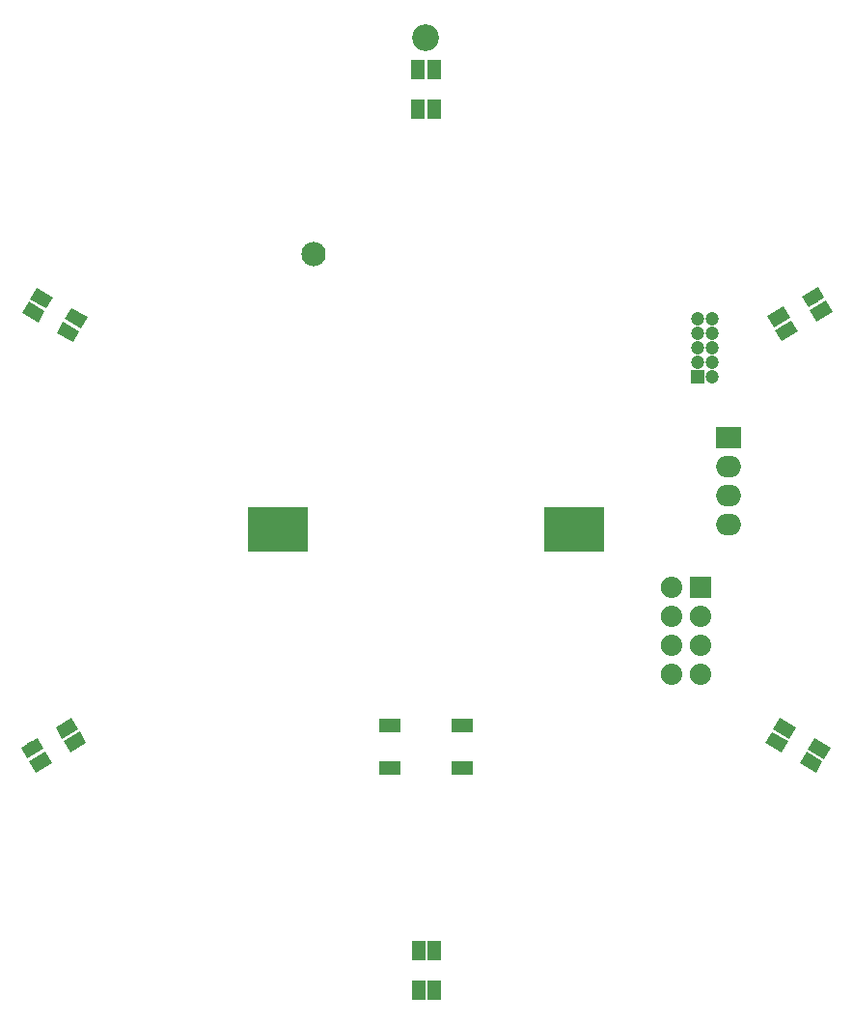
<source format=gbr>
G04 #@! TF.GenerationSoftware,KiCad,Pcbnew,(2016-12-02 revision 54c5f6b)-makepkg*
G04 #@! TF.CreationDate,2016-12-15T21:43:30-06:00*
G04 #@! TF.ProjectId,Star,537461722E6B696361645F7063620000,rev?*
G04 #@! TF.FileFunction,Soldermask,Top*
G04 #@! TF.FilePolarity,Negative*
%FSLAX46Y46*%
G04 Gerber Fmt 4.6, Leading zero omitted, Abs format (unit mm)*
G04 Created by KiCad (PCBNEW (2016-12-02 revision 54c5f6b)-makepkg) date 12/15/16 21:43:30*
%MOMM*%
%LPD*%
G01*
G04 APERTURE LIST*
%ADD10C,0.100000*%
%ADD11C,2.352400*%
%ADD12C,2.133600*%
%ADD13R,1.202400X1.202400*%
%ADD14C,1.202400*%
%ADD15R,2.184400X1.879600*%
%ADD16O,2.184400X1.879600*%
%ADD17O,1.879600X1.879600*%
%ADD18R,1.879600X1.879600*%
%ADD19C,1.143000*%
%ADD20R,1.143000X1.651000*%
%ADD21R,5.232400X3.962400*%
%ADD22R,1.852400X1.152400*%
G04 APERTURE END LIST*
D10*
D11*
X127000000Y-54673500D03*
D12*
X117170200Y-73660000D03*
D13*
X150876000Y-84455000D03*
D14*
X150876000Y-83185000D03*
X150876000Y-81915000D03*
X150876000Y-80645000D03*
X150876000Y-79375000D03*
X152146000Y-83185000D03*
X152146000Y-81915000D03*
X152146000Y-80645000D03*
X152146000Y-79375000D03*
X152146000Y-84455000D03*
D15*
X153543000Y-89789000D03*
D16*
X153543000Y-92329000D03*
X153543000Y-94869000D03*
X153543000Y-97409000D03*
D17*
X148590000Y-110490000D03*
X151130000Y-110490000D03*
X148590000Y-107950000D03*
X151130000Y-107950000D03*
X148590000Y-105410000D03*
X151130000Y-105410000D03*
X148590000Y-102870000D03*
D18*
X151130000Y-102870000D03*
D19*
X95491592Y-115214400D03*
D10*
G36*
X95920746Y-114306716D02*
X96492246Y-115296584D01*
X95062438Y-116122084D01*
X94490938Y-115132216D01*
X95920746Y-114306716D01*
X95920746Y-114306716D01*
G37*
D19*
X92456000Y-116967000D03*
D10*
G36*
X92885154Y-116059316D02*
X93456654Y-117049184D01*
X92026846Y-117874684D01*
X91455346Y-116884816D01*
X92885154Y-116059316D01*
X92885154Y-116059316D01*
G37*
D19*
X96190092Y-116424237D03*
D10*
G36*
X96619246Y-115516553D02*
X97190746Y-116506421D01*
X95760938Y-117331921D01*
X95189438Y-116342053D01*
X96619246Y-115516553D01*
X96619246Y-115516553D01*
G37*
D19*
X93154500Y-118176837D03*
D10*
G36*
X93583654Y-117269153D02*
X94155154Y-118259021D01*
X92725346Y-119084521D01*
X92153846Y-118094653D01*
X93583654Y-117269153D01*
X93583654Y-117269153D01*
G37*
D20*
X127762000Y-138176000D03*
X127762000Y-134670800D03*
X126365000Y-138176000D03*
X126365000Y-134670800D03*
D19*
X161493200Y-116992400D03*
D10*
G36*
X160492546Y-117074584D02*
X161064046Y-116084716D01*
X162493854Y-116910216D01*
X161922354Y-117900084D01*
X160492546Y-117074584D01*
X160492546Y-117074584D01*
G37*
D19*
X158457608Y-115239800D03*
D10*
G36*
X157456954Y-115321984D02*
X158028454Y-114332116D01*
X159458262Y-115157616D01*
X158886762Y-116147484D01*
X157456954Y-115321984D01*
X157456954Y-115321984D01*
G37*
D19*
X160794700Y-118202237D03*
D10*
G36*
X159794046Y-118284421D02*
X160365546Y-117294553D01*
X161795354Y-118120053D01*
X161223854Y-119109921D01*
X159794046Y-118284421D01*
X159794046Y-118284421D01*
G37*
D19*
X157759108Y-116449637D03*
D10*
G36*
X156758454Y-116531821D02*
X157329954Y-115541953D01*
X158759762Y-116367453D01*
X158188262Y-117357321D01*
X156758454Y-116531821D01*
X156758454Y-116531821D01*
G37*
D19*
X160960092Y-77428563D03*
D10*
G36*
X160530938Y-78336247D02*
X159959438Y-77346379D01*
X161389246Y-76520879D01*
X161960746Y-77510747D01*
X160530938Y-78336247D01*
X160530938Y-78336247D01*
G37*
D19*
X157924500Y-79181163D03*
D10*
G36*
X157495346Y-80088847D02*
X156923846Y-79098979D01*
X158353654Y-78273479D01*
X158925154Y-79263347D01*
X157495346Y-80088847D01*
X157495346Y-80088847D01*
G37*
D19*
X161658592Y-78638400D03*
D10*
G36*
X161229438Y-79546084D02*
X160657938Y-78556216D01*
X162087746Y-77730716D01*
X162659246Y-78720584D01*
X161229438Y-79546084D01*
X161229438Y-79546084D01*
G37*
D19*
X158623000Y-80391000D03*
D10*
G36*
X158193846Y-81298684D02*
X157622346Y-80308816D01*
X159052154Y-79483316D01*
X159623654Y-80473184D01*
X158193846Y-81298684D01*
X158193846Y-81298684D01*
G37*
D20*
X126301500Y-57454800D03*
X126301500Y-60960000D03*
X127698500Y-57454800D03*
X127698500Y-60960000D03*
D19*
X92557600Y-78740000D03*
D10*
G36*
X93558254Y-78657816D02*
X92986754Y-79647684D01*
X91556946Y-78822184D01*
X92128446Y-77832316D01*
X93558254Y-78657816D01*
X93558254Y-78657816D01*
G37*
D19*
X95593192Y-80492600D03*
D10*
G36*
X96593846Y-80410416D02*
X96022346Y-81400284D01*
X94592538Y-80574784D01*
X95164038Y-79584916D01*
X96593846Y-80410416D01*
X96593846Y-80410416D01*
G37*
D19*
X93256100Y-77530163D03*
D10*
G36*
X94256754Y-77447979D02*
X93685254Y-78437847D01*
X92255446Y-77612347D01*
X92826946Y-76622479D01*
X94256754Y-77447979D01*
X94256754Y-77447979D01*
G37*
D19*
X96291692Y-79282763D03*
D10*
G36*
X97292346Y-79200579D02*
X96720846Y-80190447D01*
X95291038Y-79364947D01*
X95862538Y-78375079D01*
X97292346Y-79200579D01*
X97292346Y-79200579D01*
G37*
D21*
X114000000Y-97790000D03*
X140000000Y-97790000D03*
D22*
X123850000Y-114940000D03*
X130150000Y-114940000D03*
X123850000Y-118740000D03*
X130150000Y-118740000D03*
M02*

</source>
